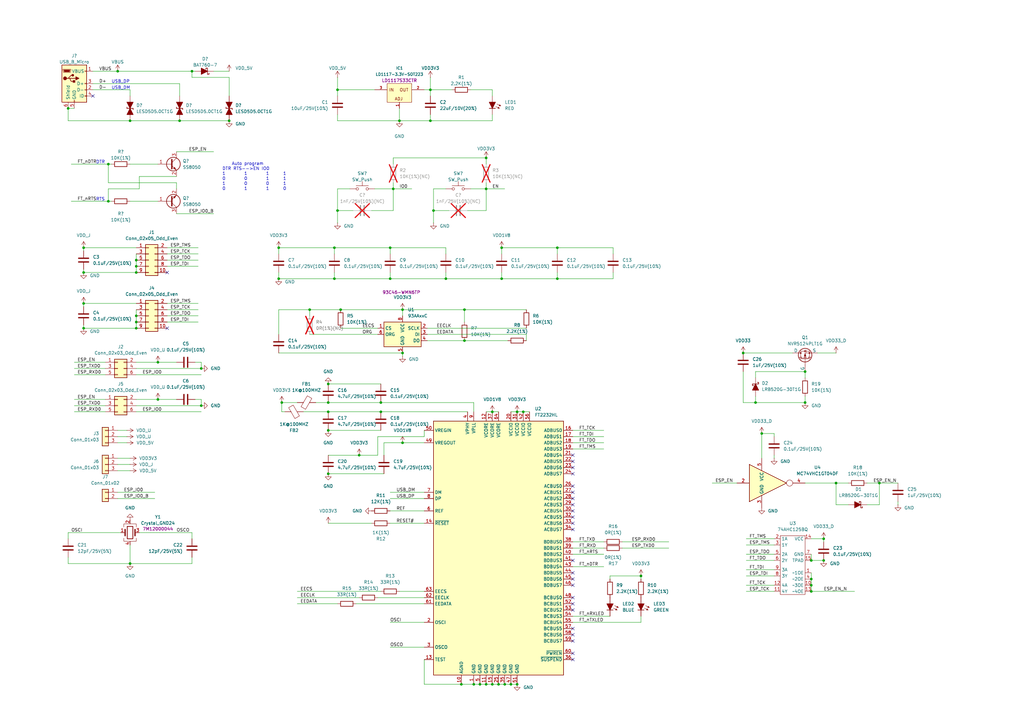
<source format=kicad_sch>
(kicad_sch (version 20250114) (generator "eeschema") (generator_version "9.0")
  (paper "A3")
  (text "     Auto program\n DTR RTS-->EN IO0\n 1        1        1      1\n 0        0        1      1\n 1        0        0      1\n 0        1        1      0" (at 90.17 72.39 0) (effects (font (size 1.27 1.27)) (justify left)))
  (text "DTR" (at 39.37 67.31 0) (effects (font (size 1.27 1.27)) (justify left bottom)))
  (text "RTS" (at 39.37 82.55 0) (effects (font (size 1.27 1.27)) (justify left bottom)))
  (text "USB_DP" (at 45.72 34.29 0) (effects (font (size 1.27 1.27)) (justify left bottom)))
  (text "USB_DM\n" (at 45.72 36.83 0) (effects (font (size 1.27 1.27)) (justify left bottom)))
  (junction (at 163.83 49.53))
  (junction (at 64.77 163.83))
  (junction (at 312.42 177.8))
  (junction (at 82.55 151.13))
  (junction (at 114.3 101.6))
  (junction (at 134.62 168.91))
  (junction (at 134.62 194.31))
  (junction (at 309.88 165.1))
  (junction (at 34.29 101.6))
  (junction (at 137.16 114.3))
  (junction (at 134.62 176.53))
  (junction (at 199.39 77.47))
  (junction (at 156.21 165.1))
  (junction (at 332.74 240.03))
  (junction (at 134.62 157.48))
  (junction (at 55.88 109.22))
  (junction (at 48.26 29.21))
  (junction (at 34.29 111.76))
  (junction (at 53.34 231.14))
  (junction (at 332.74 242.57))
  (junction (at 207.01 280.67))
  (junction (at 199.39 64.77))
  (junction (at 189.23 280.67))
  (junction (at 137.16 101.6))
  (junction (at 360.68 198.12))
  (junction (at 194.31 280.67))
  (junction (at 176.53 49.53))
  (junction (at 304.8 144.78))
  (junction (at 262.89 236.22))
  (junction (at 177.8 86.36))
  (junction (at 204.47 280.67))
  (junction (at 209.55 280.67))
  (junction (at 55.88 134.62))
  (junction (at 330.2 152.4))
  (junction (at 182.88 114.3))
  (junction (at 212.09 280.67))
  (junction (at 196.85 280.67))
  (junction (at 199.39 280.67))
  (junction (at 337.82 229.87))
  (junction (at 134.62 165.1))
  (junction (at 73.66 49.53))
  (junction (at 205.74 101.6))
  (junction (at 34.29 124.46))
  (junction (at 82.55 166.37))
  (junction (at 139.7 127))
  (junction (at 138.43 36.83))
  (junction (at 342.9 198.12))
  (junction (at 332.74 229.87))
  (junction (at 147.32 186.69))
  (junction (at 55.88 129.54))
  (junction (at 214.63 168.91))
  (junction (at 201.93 168.91))
  (junction (at 165.1 127))
  (junction (at 53.34 49.53))
  (junction (at 160.02 101.6))
  (junction (at 127 127))
  (junction (at 212.09 168.91))
  (junction (at 44.45 67.31))
  (junction (at 190.5 139.7))
  (junction (at 27.94 44.45))
  (junction (at 55.88 106.68))
  (junction (at 337.82 220.98))
  (junction (at 138.43 86.36))
  (junction (at 332.74 237.49))
  (junction (at 176.53 36.83))
  (junction (at 115.57 165.1))
  (junction (at 228.6 101.6))
  (junction (at 201.93 280.67))
  (junction (at 55.88 111.76))
  (junction (at 114.3 114.3))
  (junction (at 228.6 114.3))
  (junction (at 64.77 148.59))
  (junction (at 160.02 114.3))
  (junction (at 165.1 181.61))
  (junction (at 165.1 144.78))
  (junction (at 330.2 165.1))
  (junction (at 190.5 127))
  (junction (at 34.29 134.62))
  (junction (at 161.29 77.47))
  (junction (at 44.45 82.55))
  (junction (at 156.21 168.91))
  (junction (at 205.74 114.3))
  (junction (at 78.74 29.21))
  (junction (at 55.88 132.08))
  (junction (at 93.98 49.53))
  (no_connect (at 234.95 204.47))
  (no_connect (at 234.95 214.63))
  (no_connect (at 38.1 39.37))
  (no_connect (at 68.58 134.62))
  (no_connect (at 234.95 260.35))
  (no_connect (at 234.95 191.77))
  (no_connect (at 234.95 262.89))
  (no_connect (at 234.95 247.65))
  (no_connect (at 234.95 217.17))
  (no_connect (at 234.95 270.51))
  (no_connect (at 234.95 212.09))
  (no_connect (at 234.95 237.49))
  (no_connect (at 234.95 229.87))
  (no_connect (at 234.95 250.19))
  (no_connect (at 234.95 234.95))
  (no_connect (at 68.58 111.76))
  (no_connect (at 234.95 199.39))
  (no_connect (at 234.95 240.03))
  (no_connect (at 234.95 267.97))
  (no_connect (at 234.95 201.93))
  (no_connect (at 234.95 189.23))
  (no_connect (at 234.95 209.55))
  (no_connect (at 234.95 186.69))
  (no_connect (at 234.95 207.01))
  (no_connect (at 234.95 194.31))
  (no_connect (at 234.95 245.11))
  (no_connect (at 234.95 257.81))
  (wire (pts (xy 68.58 106.68) (xy 81.28 106.68)))
  (wire (pts (xy 173.99 179.07) (xy 154.94 179.07)))
  (wire (pts (xy 134.62 168.91) (xy 156.21 168.91)))
  (wire (pts (xy 30.48 166.37) (xy 43.18 166.37)))
  (wire (pts (xy 114.3 144.78) (xy 165.1 144.78)))
  (wire (pts (xy 38.1 36.83) (xy 53.34 36.83)))
  (wire (pts (xy 335.28 144.78) (xy 342.9 144.78)))
  (wire (pts (xy 165.1 146.05) (xy 165.1 144.78)))
  (wire (pts (xy 78.74 220.98) (xy 78.74 218.44)))
  (wire (pts (xy 212.09 168.91) (xy 214.63 168.91)))
  (wire (pts (xy 160.02 201.93) (xy 173.99 201.93)))
  (wire (pts (xy 44.45 77.47) (xy 57.15 77.47)))
  (wire (pts (xy 68.58 104.14) (xy 81.28 104.14)))
  (wire (pts (xy 234.95 252.73) (xy 250.19 252.73)))
  (wire (pts (xy 27.94 218.44) (xy 27.94 220.98)))
  (wire (pts (xy 215.9 139.7) (xy 215.9 137.16)))
  (wire (pts (xy 176.53 49.53) (xy 163.83 49.53)))
  (wire (pts (xy 52.07 176.53) (xy 48.26 176.53)))
  (wire (pts (xy 57.15 218.44) (xy 78.74 218.44)))
  (wire (pts (xy 176.53 36.83) (xy 185.42 36.83)))
  (wire (pts (xy 309.88 154.94) (xy 309.88 152.4)))
  (wire (pts (xy 209.55 168.91) (xy 212.09 168.91)))
  (wire (pts (xy 312.42 177.8) (xy 312.42 187.96)))
  (wire (pts (xy 44.45 74.93) (xy 72.39 74.93)))
  (wire (pts (xy 64.77 163.83) (xy 72.39 163.83)))
  (wire (pts (xy 44.45 67.31) (xy 44.45 74.93)))
  (wire (pts (xy 27.94 218.44) (xy 49.53 218.44)))
  (wire (pts (xy 250.19 236.22) (xy 262.89 236.22)))
  (wire (pts (xy 306.07 220.98) (xy 317.5 220.98)))
  (wire (pts (xy 34.29 133.35) (xy 34.29 134.62)))
  (wire (pts (xy 114.3 127) (xy 127 127)))
  (wire (pts (xy 262.89 252.73) (xy 262.89 255.27)))
  (wire (pts (xy 154.94 186.69) (xy 147.32 186.69)))
  (wire (pts (xy 160.02 111.76) (xy 160.02 114.3)))
  (wire (pts (xy 182.88 114.3) (xy 205.74 114.3)))
  (wire (pts (xy 30.48 153.67) (xy 43.18 153.67)))
  (wire (pts (xy 68.58 132.08) (xy 81.28 132.08)))
  (wire (pts (xy 138.43 39.37) (xy 138.43 36.83)))
  (wire (pts (xy 247.65 184.15) (xy 234.95 184.15)))
  (wire (pts (xy 53.34 187.96) (xy 48.26 187.96)))
  (wire (pts (xy 255.27 222.25) (xy 274.32 222.25)))
  (wire (pts (xy 309.88 165.1) (xy 330.2 165.1)))
  (wire (pts (xy 165.1 181.61) (xy 157.48 181.61)))
  (wire (pts (xy 317.5 177.8) (xy 317.5 179.07)))
  (wire (pts (xy 189.23 280.67) (xy 194.31 280.67)))
  (wire (pts (xy 55.88 127) (xy 55.88 129.54)))
  (wire (pts (xy 27.94 231.14) (xy 53.34 231.14)))
  (wire (pts (xy 138.43 49.53) (xy 138.43 46.99)))
  (wire (pts (xy 190.5 132.08) (xy 190.5 127)))
  (wire (pts (xy 121.92 247.65) (xy 138.43 247.65)))
  (wire (pts (xy 73.66 34.29) (xy 73.66 39.37)))
  (wire (pts (xy 143.51 77.47) (xy 138.43 77.47)))
  (wire (pts (xy 175.26 139.7) (xy 190.5 139.7)))
  (wire (pts (xy 342.9 207.01) (xy 347.98 207.01)))
  (wire (pts (xy 173.99 280.67) (xy 189.23 280.67)))
  (wire (pts (xy 82.55 163.83) (xy 82.55 166.37)))
  (wire (pts (xy 228.6 101.6) (xy 251.46 101.6)))
  (wire (pts (xy 27.94 49.53) (xy 53.34 49.53)))
  (wire (pts (xy 306.07 227.33) (xy 317.5 227.33)))
  (wire (pts (xy 304.8 165.1) (xy 309.88 165.1)))
  (wire (pts (xy 72.39 74.93) (xy 72.39 77.47)))
  (wire (pts (xy 134.62 214.63) (xy 152.4 214.63)))
  (wire (pts (xy 160.02 114.3) (xy 182.88 114.3)))
  (wire (pts (xy 176.53 46.99) (xy 176.53 49.53)))
  (wire (pts (xy 80.01 163.83) (xy 82.55 163.83)))
  (wire (pts (xy 360.68 198.12) (xy 368.3 198.12)))
  (wire (pts (xy 342.9 198.12) (xy 342.9 207.01)))
  (wire (pts (xy 330.2 162.56) (xy 330.2 165.1)))
  (wire (pts (xy 190.5 139.7) (xy 208.28 139.7)))
  (wire (pts (xy 53.34 193.04) (xy 48.26 193.04)))
  (wire (pts (xy 182.88 101.6) (xy 182.88 104.14)))
  (wire (pts (xy 247.65 176.53) (xy 234.95 176.53)))
  (wire (pts (xy 199.39 64.77) (xy 199.39 67.31)))
  (wire (pts (xy 138.43 31.75) (xy 138.43 36.83)))
  (wire (pts (xy 137.16 101.6) (xy 160.02 101.6)))
  (wire (pts (xy 332.74 237.49) (xy 332.74 240.03)))
  (wire (pts (xy 115.57 168.91) (xy 116.84 168.91)))
  (wire (pts (xy 134.62 176.53) (xy 156.21 176.53)))
  (wire (pts (xy 80.01 148.59) (xy 82.55 148.59)))
  (wire (pts (xy 53.34 82.55) (xy 64.77 82.55)))
  (wire (pts (xy 342.9 198.12) (xy 347.98 198.12)))
  (wire (pts (xy 234.95 255.27) (xy 262.89 255.27)))
  (wire (pts (xy 134.62 165.1) (xy 156.21 165.1)))
  (wire (pts (xy 134.62 157.48) (xy 156.21 157.48)))
  (wire (pts (xy 165.1 127) (xy 165.1 129.54)))
  (wire (pts (xy 134.62 194.31) (xy 157.48 194.31)))
  (wire (pts (xy 204.47 280.67) (xy 207.01 280.67)))
  (wire (pts (xy 161.29 77.47) (xy 168.91 77.47)))
  (wire (pts (xy 161.29 74.93) (xy 161.29 77.47)))
  (wire (pts (xy 228.6 114.3) (xy 251.46 114.3)))
  (wire (pts (xy 68.58 109.22) (xy 81.28 109.22)))
  (wire (pts (xy 137.16 114.3) (xy 160.02 114.3)))
  (wire (pts (xy 173.99 181.61) (xy 165.1 181.61)))
  (wire (pts (xy 82.55 166.37) (xy 55.88 166.37)))
  (wire (pts (xy 121.92 245.11) (xy 147.32 245.11)))
  (wire (pts (xy 199.39 280.67) (xy 201.93 280.67)))
  (wire (pts (xy 161.29 77.47) (xy 153.67 77.47)))
  (wire (pts (xy 160.02 255.27) (xy 173.99 255.27)))
  (wire (pts (xy 214.63 168.91) (xy 217.17 168.91)))
  (wire (pts (xy 177.8 86.36) (xy 184.15 86.36)))
  (wire (pts (xy 309.88 152.4) (xy 330.2 152.4)))
  (wire (pts (xy 115.57 165.1) (xy 121.92 165.1)))
  (wire (pts (xy 114.3 101.6) (xy 114.3 104.14)))
  (wire (pts (xy 138.43 86.36) (xy 138.43 91.44)))
  (wire (pts (xy 55.88 148.59) (xy 64.77 148.59)))
  (wire (pts (xy 152.4 86.36) (xy 161.29 86.36)))
  (wire (pts (xy 190.5 127) (xy 215.9 127)))
  (wire (pts (xy 53.34 231.14) (xy 78.74 231.14)))
  (wire (pts (xy 306.07 233.68) (xy 317.5 233.68)))
  (wire (pts (xy 44.45 82.55) (xy 45.72 82.55)))
  (wire (pts (xy 29.21 82.55) (xy 44.45 82.55)))
  (wire (pts (xy 127 127) (xy 139.7 127)))
  (wire (pts (xy 255.27 224.79) (xy 274.32 224.79)))
  (wire (pts (xy 163.83 242.57) (xy 173.99 242.57)))
  (wire (pts (xy 64.77 148.59) (xy 72.39 148.59)))
  (wire (pts (xy 48.26 29.21) (xy 78.74 29.21)))
  (wire (pts (xy 205.74 101.6) (xy 205.74 104.14)))
  (wire (pts (xy 205.74 101.6) (xy 228.6 101.6)))
  (wire (pts (xy 68.58 129.54) (xy 81.28 129.54)))
  (wire (pts (xy 337.82 220.98) (xy 337.82 222.25)))
  (wire (pts (xy 161.29 64.77) (xy 161.29 67.31)))
  (wire (pts (xy 114.3 111.76) (xy 114.3 114.3)))
  (wire (pts (xy 176.53 36.83) (xy 176.53 39.37)))
  (wire (pts (xy 207.01 280.67) (xy 209.55 280.67)))
  (wire (pts (xy 55.88 132.08) (xy 55.88 134.62)))
  (wire (pts (xy 165.1 127) (xy 190.5 127)))
  (wire (pts (xy 176.53 31.75) (xy 176.53 36.83)))
  (wire (pts (xy 251.46 104.14) (xy 251.46 101.6)))
  (wire (pts (xy 201.93 280.67) (xy 204.47 280.67)))
  (wire (pts (xy 55.88 163.83) (xy 64.77 163.83)))
  (wire (pts (xy 161.29 86.36) (xy 161.29 77.47)))
  (wire (pts (xy 182.88 77.47) (xy 177.8 77.47)))
  (wire (pts (xy 312.42 177.8) (xy 317.5 177.8)))
  (wire (pts (xy 55.88 106.68) (xy 55.88 109.22)))
  (wire (pts (xy 173.99 36.83) (xy 176.53 36.83)))
  (wire (pts (xy 177.8 77.47) (xy 177.8 86.36)))
  (wire (pts (xy 309.88 165.1) (xy 309.88 162.56)))
  (wire (pts (xy 175.26 134.62) (xy 215.9 134.62)))
  (wire (pts (xy 30.48 163.83) (xy 43.18 163.83)))
  (wire (pts (xy 114.3 101.6) (xy 137.16 101.6)))
  (wire (pts (xy 34.29 101.6) (xy 34.29 102.87)))
  (wire (pts (xy 160.02 265.43) (xy 173.99 265.43)))
  (wire (pts (xy 146.05 247.65) (xy 173.99 247.65)))
  (wire (pts (xy 137.16 111.76) (xy 137.16 114.3)))
  (wire (pts (xy 360.68 207.01) (xy 360.68 198.12)))
  (wire (pts (xy 355.6 207.01) (xy 360.68 207.01)))
  (wire (pts (xy 156.21 165.1) (xy 194.31 165.1)))
  (wire (pts (xy 138.43 86.36) (xy 144.78 86.36)))
  (wire (pts (xy 228.6 101.6) (xy 228.6 104.14)))
  (wire (pts (xy 139.7 127) (xy 165.1 127)))
  (wire (pts (xy 57.15 72.39) (xy 72.39 72.39)))
  (wire (pts (xy 332.74 234.95) (xy 332.74 237.49)))
  (wire (pts (xy 154.94 245.11) (xy 173.99 245.11)))
  (wire (pts (xy 27.94 44.45) (xy 30.48 44.45)))
  (wire (pts (xy 138.43 36.83) (xy 153.67 36.83)))
  (wire (pts (xy 173.99 270.51) (xy 173.99 280.67)))
  (wire (pts (xy 68.58 101.6) (xy 81.28 101.6)))
  (wire (pts (xy 199.39 77.47) (xy 207.01 77.47)))
  (wire (pts (xy 247.65 181.61) (xy 234.95 181.61)))
  (wire (pts (xy 205.74 114.3) (xy 228.6 114.3)))
  (wire (pts (xy 173.99 176.53) (xy 173.99 179.07)))
  (wire (pts (xy 194.31 280.67) (xy 196.85 280.67)))
  (wire (pts (xy 34.29 110.49) (xy 34.29 111.76)))
  (wire (pts (xy 160.02 101.6) (xy 182.88 101.6)))
  (wire (pts (xy 38.1 29.21) (xy 48.26 29.21)))
  (wire (pts (xy 306.07 240.03) (xy 317.5 240.03)))
  (wire (pts (xy 114.3 127) (xy 114.3 137.16)))
  (wire (pts (xy 201.93 168.91) (xy 204.47 168.91)))
  (wire (pts (xy 157.48 181.61) (xy 157.48 186.69)))
  (wire (pts (xy 330.2 198.12) (xy 342.9 198.12)))
  (wire (pts (xy 30.48 151.13) (xy 43.18 151.13)))
  (wire (pts (xy 138.43 77.47) (xy 138.43 86.36)))
  (wire (pts (xy 332.74 229.87) (xy 337.82 229.87)))
  (wire (pts (xy 55.88 101.6) (xy 34.29 101.6)))
  (wire (pts (xy 127 129.54) (xy 127 127)))
  (wire (pts (xy 234.95 227.33) (xy 247.65 227.33)))
  (wire (pts (xy 332.74 242.57) (xy 350.52 242.57)))
  (wire (pts (xy 147.32 186.69) (xy 134.62 186.69)))
  (wire (pts (xy 124.46 168.91) (xy 134.62 168.91)))
  (wire (pts (xy 53.34 49.53) (xy 73.66 49.53)))
  (wire (pts (xy 34.29 124.46) (xy 34.29 125.73)))
  (wire (pts (xy 160.02 214.63) (xy 173.99 214.63)))
  (wire (pts (xy 368.3 207.01) (xy 368.3 205.74)))
  (wire (pts (xy 234.95 224.79) (xy 247.65 224.79)))
  (wire (pts (xy 55.88 129.54) (xy 55.88 132.08)))
  (wire (pts (xy 68.58 127) (xy 81.28 127)))
  (wire (pts (xy 199.39 77.47) (xy 193.04 77.47)))
  (wire (pts (xy 201.93 36.83) (xy 201.93 39.37)))
  (wire (pts (xy 38.1 34.29) (xy 73.66 34.29)))
  (wire (pts (xy 87.63 29.21) (xy 93.98 29.21)))
  (wire (pts (xy 44.45 67.31) (xy 45.72 67.31)))
  (wire (pts (xy 72.39 87.63) (xy 87.63 87.63)))
  (wire (pts (xy 177.8 86.36) (xy 177.8 91.44)))
  (wire (pts (xy 44.45 77.47) (xy 44.45 82.55)))
  (wire (pts (xy 53.34 190.5) (xy 48.26 190.5)))
  (wire (pts (xy 30.48 148.59) (xy 43.18 148.59)))
  (wire (pts (xy 228.6 111.76) (xy 228.6 114.3)))
  (wire (pts (xy 191.77 86.36) (xy 199.39 86.36)))
  (wire (pts (xy 332.74 240.03) (xy 332.74 242.57)))
  (wire (pts (xy 139.7 134.62) (xy 154.94 134.62)))
  (wire (pts (xy 34.29 111.76) (xy 55.88 111.76)))
  (wire (pts (xy 129.54 165.1) (xy 134.62 165.1)))
  (wire (pts (xy 55.88 153.67) (xy 82.55 153.67)))
  (wire (pts (xy 163.83 44.45) (xy 163.83 49.53)))
  (wire (pts (xy 78.74 31.75) (xy 93.98 31.75)))
  (wire (pts (xy 82.55 148.59) (xy 82.55 151.13)))
  (wire (pts (xy 78.74 29.21) (xy 78.74 31.75)))
  (wire (pts (xy 53.34 231.14) (xy 53.34 223.52)))
  (wire (pts (xy 306.07 236.22) (xy 317.5 236.22)))
  (wire (pts (xy 29.21 67.31) (xy 44.45 67.31)))
  (wire (pts (xy 250.19 237.49) (xy 250.19 236.22)))
  (wire (pts (xy 306.07 242.57) (xy 317.5 242.57)))
  (wire (pts (xy 93.98 31.75) (xy 93.98 39.37)))
  (wire (pts (xy 72.39 62.23) (xy 87.63 62.23)))
  (wire (pts (xy 48.26 204.47) (xy 63.5 204.47)))
  (wire (pts (xy 160.02 101.6) (xy 160.02 104.14)))
  (wire (pts (xy 115.57 165.1) (xy 115.57 168.91)))
  (wire (pts (xy 52.07 179.07) (xy 48.26 179.07)))
  (wire (pts (xy 154.94 179.07) (xy 154.94 186.69)))
  (wire (pts (xy 30.48 168.91) (xy 43.18 168.91)))
  (wire (pts (xy 68.58 124.46) (xy 81.28 124.46)))
  (wire (pts (xy 355.6 198.12) (xy 360.68 198.12)))
  (wire (pts (xy 317.5 187.96) (xy 317.5 186.69)))
  (wire (pts (xy 262.89 236.22) (xy 262.89 237.49)))
  (wire (pts (xy 330.2 152.4) (xy 330.2 154.94)))
  (wire (pts (xy 156.21 168.91) (xy 191.77 168.91)))
  (wire (pts (xy 247.65 232.41) (xy 234.95 232.41)))
  (wire (pts (xy 199.39 86.36) (xy 199.39 77.47)))
  (wire (pts (xy 27.94 49.53) (xy 27.94 44.45)))
  (wire (pts (xy 53.34 67.31) (xy 64.77 67.31)))
  (wire (pts (xy 160.02 204.47) (xy 173.99 204.47)))
  (wire (pts (xy 199.39 168.91) (xy 201.93 168.91)))
  (wire (pts (xy 78.74 29.21) (xy 80.01 29.21)))
  (wire (pts (xy 201.93 46.99) (xy 201.93 49.53)))
  (wire (pts (xy 48.26 201.93) (xy 63.5 201.93)))
  (wire (pts (xy 82.55 151.13) (xy 55.88 151.13)))
  (wire (pts (xy 137.16 101.6) (xy 137.16 104.14)))
  (wire (pts (xy 57.15 77.47) (xy 57.15 72.39)))
  (wire (pts (xy 304.8 152.4) (xy 304.8 165.1)))
  (wire (pts (xy 175.26 137.16) (xy 215.9 137.16)))
  (wire (pts (xy 121.92 242.57) (xy 156.21 242.57)))
  (wire (pts (xy 182.88 111.76) (xy 182.88 114.3)))
  (wire (pts (xy 292.1 198.12) (xy 302.26 198.12)))
  (wire (pts (xy 196.85 280.67) (xy 199.39 280.67)))
  (wire (pts (xy 201.93 49.53) (xy 176.53 49.53)))
  (wire (pts (xy 304.8 144.78) (xy 325.12 144.78)))
  (wire (pts (xy 205.74 111.76) (xy 205.74 114.3)))
  (wire (pts (xy 127 137.16) (xy 154.94 137.16)))
  (wire (pts (xy 199.39 74.93) (xy 199.39 77.47)))
  (wire (pts (xy 55.88 104.14) (xy 55.88 106.68)))
  (wire (pts (xy 55.88 109.22) (xy 55.88 111.76)))
  (wire (pts (xy 160.02 209.55) (xy 173.99 209.55)))
  (wire (pts (xy 163.83 49.53) (xy 138.43 49.53)))
  (wire (pts (xy 209.55 280.67) (xy 212.09 280.67)))
  (wire (pts (xy 193.04 36.83) (xy 201.93 36.83)))
  (wire (pts (xy 53.34 36.83) (xy 53.34 39.37)))
  (wire (pts (xy 114.3 114.3) (xy 137.16 114.3)))
  (wire (pts (xy 306.07 229.87) (xy 317.5 229.87)))
  (wire (pts (xy 34.29 134.62) (xy 55.88 134.62)))
  (wire (pts (xy 194.31 168.91) (xy 194.31 165.1)))
  (wire (pts (xy 27.94 228.6) (xy 27.94 231.14)))
  (wire (pts (xy 251.46 114.3) (xy 251.46 111.76)))
  (wire (pts (xy 161.29 64.77) (xy 199.39 64.77)))
  (wire (pts (xy 55.88 168.91) (xy 82.55 168.91)))
  (wire (pts (xy 306.07 223.52) (xy 317.5 223.52)))
  (wire (pts (xy 332.74 227.33) (xy 332.74 229.87)))
  (wire (pts (xy 332.74 220.98) (xy 337.82 220.98)))
  (wire (pts (xy 52.07 181.61) (xy 48.26 181.61)))
  (wire (pts (xy 78.74 231.14) (xy 78.74 228.6)))
  (wire (pts (xy 55.88 124.46) (xy 34.29 124.46)))
  (wire (pts (xy 234.95 222.25) (xy 247.65 222.25)))
  (wire (pts (xy 73.66 49.53) (xy 93.98 49.53)))
  (wire (pts (xy 247.65 179.07) (xy 234.95 179.07)))
  (label "D+" (at 40.64 34.29 0))
  (label "ESP_IO0_B" (at 77.47 87.63 0))
  (label "REF" (at 162.56 209.55 0))
  (label "ESP_EN" (at 31.75 163.83 0))
  (label "ESP_TDI" (at 307.34 236.22 0))
  (label "D-" (at 40.64 36.83 0))
  (label "OSCO" (at 160.02 265.43 0))
  (label "ESP_TDI" (at 69.85 109.22 0))
  (label "FT_TMS" (at 307.34 220.98 0))
  (label "ESP_EN" (at 31.75 148.59 0))
  (label "FT_nDTR" (at 237.49 232.41 0))
  (label "EECLK" (at 123.2068 245.11 0))
  (label "FT_TXD" (at 237.49 222.25 0))
  (label "FT_TDI" (at 307.34 233.68 0))
  (label "EEDATA" (at 179.07 137.16 0))
  (label "ESP_TDO" (at 69.85 106.68 0))
  (label "EECS" (at 148.59 134.62 0))
  (label "VBUS" (at 40.64 29.21 0))
  (label "ESP_EN_N" (at 358.14 198.12 0))
  (label "FT_TDO" (at 237.49 181.61 0))
  (label "FT_RXD" (at 237.49 224.79 0))
  (label "RESET#" (at 162.56 214.63 0))
  (label "FT_TDO" (at 307.34 229.87 0))
  (label "FT_nRXLED" (at 237.49 252.73 0))
  (label "ESP_TDO" (at 307.34 227.33 0))
  (label "IO0" (at 163.83 77.47 0))
  (label "FT_nDTR" (at 31.75 67.31 0))
  (label "FT_nRTS" (at 31.75 82.55 0))
  (label "ESP_IO0" (at 50.8 201.93 0))
  (label "FT_TMS" (at 237.49 184.15 0))
  (label "ESP_EN" (at 293.37 198.12 0))
  (label "USB_DP" (at 162.56 204.47 0))
  (label "FT_nTXLED" (at 237.49 255.27 0))
  (label "OSCO" (at 72.39 218.44 0))
  (label "ESP_TXD0" (at 31.75 166.37 0))
  (label "EECLK" (at 179.07 134.62 0))
  (label "FT_TCK" (at 237.49 176.53 0))
  (label "ESP_RXD0" (at 31.75 168.91 0))
  (label "ESP_TMS" (at 69.85 101.6 0))
  (label "ESP_IO0_B" (at 50.8 204.47 0))
  (label "EN" (at 201.93 77.47 0))
  (label "ESP_TMS" (at 307.34 223.52 0))
  (label "ESP_EN_N" (at 337.82 242.57 0))
  (label "USB_DM" (at 162.56 201.93 0))
  (label "ESP_IO0" (at 58.42 168.91 0))
  (label "ESP_TMS" (at 69.85 124.46 0))
  (label "ESP_TXD0" (at 31.75 151.13 0))
  (label "ESP_TCK" (at 69.85 127 0))
  (label "ESP_IO0" (at 58.42 153.67 0))
  (label "EEDATA" (at 123.19 247.65 0))
  (label "ESP_TXD0" (at 259.08 224.79 0))
  (label "ESP_TDO" (at 69.85 129.54 0))
  (label "ESP_EN" (at 77.47 62.23 0))
  (label "OSCI" (at 29.21 218.44 0))
  (label "FT_nRTS" (at 237.49 227.33 0))
  (label "ESP_RXD0" (at 259.08 222.25 0))
  (label "ESP_TCK" (at 307.34 242.57 0))
  (label "ESP_TCK" (at 69.85 104.14 0))
  (label "FT_TDI" (at 237.49 179.07 0))
  (label "ORG" (at 148.59 137.16 0))
  (label "EECS" (at 123.2068 242.57 0))
  (label "ESP_TDI" (at 69.85 132.08 0))
  (label "OSCI" (at 160.02 255.27 0))
  (label "FT_TCK" (at 307.34 240.03 0))
  (label "ESP_RXD0" (at 31.75 153.67 0))
  (symbol (lib_id "PCM_Resistor_AKL:R_1206") (at 212.09 139.7 270) (unit 1)
    (property "Reference" "R8" (at 212.09 133.35 90))
    (property "Value" "2.2K(1%)" (at 212.09 135.89 90))
    (property "Footprint" "PCM_Resistor_SMD_AKL:R_1206_3216Metric" (effects (hide yes)))
    (property "Description" "SMD 1206 Chip Resistor, European Symbol, Alternate KiCad Library" (effects (hide yes)))
  )
  (symbol (lib_id "PCM_Resistor_AKL:R_1206") (at 139.7 130.81 180) (unit 1)
    (property "Reference" "R5" (at 142.24 129.5399 0) (effects (justify right)))
    (property "Value" "10K(1%)" (at 142.24 132.0799 0) (effects (justify right)))
    (property "Footprint" "PCM_Resistor_SMD_AKL:R_1206_3216Metric" (effects (hide yes)))
    (property "Description" "SMD 1206 Chip Resistor, European Symbol, Alternate KiCad Library" (effects (hide yes)))
  )
  (symbol (lib_id "Transistor_BJT:SS8050") (at 69.85 67.31 0) (unit 1)
    (property "Reference" "Q?" (at 74.93 66.0399 0) (effects (justify left)))
    (property "Value" "SS8050" (at 74.93 68.5799 0) (effects (justify left)))
    (property "Footprint" "Package_TO_SOT_SMD:SOT-23" (effects (hide yes)))
    (property "Datasheet" "http://www.secosgmbh.com/datasheet/products/SSMPTransistor/SOT-23/SS8050.pdf" (effects (hide yes)))
    (property "Description" "General Purpose NPN Transistor, 1.5A Ic, 25V Vce, SOT-23" (effects (hide yes)))
  )
  (symbol (lib_id "power:GND") (at 337.82 229.87 0) (unit 1)
    (property "Reference" "#PWR038" (effects (hide yes)))
    (property "Value" "GND" (at 340.36 231.1399 0) (effects (justify left)))
    (property "Description" "Power symbol creates a global label with name \"GND\" , ground" (effects (hide yes)))
  )
  (symbol (lib_id "PCM_Resistor_AKL:R_1206") (at 49.53 82.55 90) (unit 1)
    (property "Reference" "R?" (at 49.53 87.63 90))
    (property "Value" "10K(1%)" (at 49.53 90.17 90))
    (property "Footprint" "PCM_Resistor_SMD_AKL:R_1206_3216Metric" (effects (hide yes)))
    (property "Description" "SMD 1206 Chip Resistor, European Symbol, Alternate KiCad Library" (effects (hide yes)))
  )
  (symbol (lib_id "PCM_Capacitor_AKL:C_1206") (at 114.3 107.95 180) (unit 1)
    (property "Reference" "C7" (at 118.11 106.6799 0) (effects (justify right)))
    (property "Value" "0.1uF/25V(10%)" (at 118.11 109.2199 0) (effects (justify right)))
    (property "Footprint" "PCM_Capacitor_SMD_AKL:C_1206_3216Metric" (effects (hide yes)))
    (property "Description" "SMD 1206 MLCC capacitor, Alternate KiCad Library" (effects (hide yes)))
  )
  (symbol (lib_id "PCM_Resistor_AKL:R_1206") (at 142.24 247.65 270) (unit 1)
    (property "Reference" "R15" (at 142.24 241.3 90))
    (property "Value" "33R(1%)" (at 142.24 243.84 90))
    (property "Footprint" "PCM_Resistor_SMD_AKL:R_1206_3216Metric" (effects (hide yes)))
    (property "Description" "SMD 1206 Chip Resistor, European Symbol, Alternate KiCad Library" (effects (hide yes)))
  )
  (symbol (lib_id "PCM_Capacitor_AKL:C_1206") (at 156.21 172.72 180) (unit 1)
    (property "Reference" "C18" (at 160.02 171.4499 0) (effects (justify right)))
    (property "Value" "0.1uF/25V(10%)" (at 160.02 173.9899 0) (effects (justify right)))
    (property "Footprint" "PCM_Capacitor_SMD_AKL:C_1206_3216Metric" (effects (hide yes)))
    (property "Description" "SMD 1206 MLCC capacitor, Alternate KiCad Library" (effects (hide yes)))
  )
  (symbol (lib_id "PCM_Capacitor_AKL:C_1206") (at 187.96 86.36 270) (unit 1) (dnp yes)
    (property "Reference" "C?" (at 187.96 80.01 90))
    (property "Value" "1nF/25V(10%)(NC)" (at 187.96 82.55 90))
    (property "Footprint" "PCM_Capacitor_SMD_AKL:C_1206_3216Metric" (effects (hide yes)))
    (property "Description" "SMD 1206 MLCC capacitor, Alternate KiCad Library" (effects (hide yes)))
  )
  (symbol (lib_id "power:GND") (at 138.43 91.44 0) (unit 1)
    (property "Reference" "#PWR?" (effects (hide yes)))
    (property "Value" "GND" (at 140.97 92.7099 0) (effects (justify left)))
    (property "Description" "Power symbol creates a global label with name \"GND\" , ground" (effects (hide yes)))
  )
  (symbol (lib_id "power:GND") (at 82.55 151.13 90) (unit 1)
    (property "Reference" "#PWR010" (effects (hide yes)))
    (property "Value" "GND" (at 86.36 151.1299 90) (effects (justify right)))
    (property "Description" "Power symbol creates a global label with name \"GND\" , ground" (effects (hide yes)))
  )
  (symbol (lib_id "power:+5V") (at 53.34 190.5 270) (unit 1)
    (property "Reference" "#PWR018" (effects (hide yes)))
    (property "Value" "VDD_J" (at 57.0638 190.4999 90) (effects (justify left)))
    (property "Description" "Power symbol creates a global label with name \"+5V\"" (effects (hide yes)))
  )
  (symbol (lib_id "power:GND") (at 212.09 280.67 0) (unit 1)
    (property "Reference" "#PWR025" (effects (hide yes)))
    (property "Value" "GND" (at 214.63 281.9399 0) (effects (justify left)))
    (property "Description" "Power symbol creates a global label with name \"GND\" , ground" (effects (hide yes)))
  )
  (symbol (lib_id "Connector_Generic:Conn_02x03_Odd_Even") (at 48.26 166.37 0) (unit 1)
    (property "Reference" "J5" (at 49.53 157.48 0))
    (property "Value" "Conn_02x03_Odd_Even" (at 49.53 160.02 0))
    (property "Description" "Generic connector, double row, 02x03, odd/even pin numbering scheme (row 1 odd numbers, row 2 even numbers), script generated (kicad-library-utils/schlib/autogen/connector/)" (effects (hide yes)))
  )
  (symbol (lib_id "power:+5V") (at 34.29 101.6 0) (unit 1)
    (property "Reference" "#PWR05" (effects (hide yes)))
    (property "Value" "VDD_J" (at 34.29 96.52 0))
    (property "Description" "Power symbol creates a global label with name \"+5V\"" (effects (hide yes)))
  )
  (symbol (lib_id "power:GND") (at 165.1 146.05 0) (unit 1)
    (property "Reference" "#PWR023" (effects (hide yes)))
    (property "Value" "GND" (at 167.64 147.3199 0) (effects (justify left)))
    (property "Description" "Power symbol creates a global label with name \"GND\" , ground" (effects (hide yes)))
  )
  (symbol (lib_id "Interface_USB:FT2232HL") (at 204.47 224.79 0) (unit 1)
    (property "Reference" "U2" (at 219.3133 167.64 0) (effects (justify left)))
    (property "Value" "FT2232HL" (at 219.3133 170.18 0) (effects (justify left)))
    (property "Footprint" "Package_QFP:LQFP-64_10x10mm_P0.5mm" (effects (hide yes)))
    (property "Datasheet" "https://www.ftdichip.com/Support/Documents/DataSheets/ICs/DS_FT2232H.pdf" (effects (hide yes)))
    (property "Description" "Hi Speed Double Channel USB UART/FIFO, LQFP-64" (effects (hide yes)))
  )
  (symbol (lib_id "Connector_Generic:Conn_01x03") (at 43.18 190.5 0) (mirror y) (unit 1)
    (property "Reference" "J6" (at 40.64 189.2299 0) (effects (justify left)))
    (property "Value" "Conn_01x03" (at 40.64 191.7699 0) (effects (justify left)))
    (property "Description" "Generic connector, single row, 01x03, script generated (kicad-library-utils/schlib/autogen/connector/)" (effects (hide yes)))
  )
  (symbol (lib_id "power:+5V") (at 304.8 144.78 0) (unit 1)
    (property "Reference" "#PWR045" (effects (hide yes)))
    (property "Value" "VDD33" (at 304.8 139.7 0))
    (property "Description" "Power symbol creates a global label with name \"+5V\"" (effects (hide yes)))
  )
  (symbol (lib_id "power:+5V") (at 114.3 101.6 0) (unit 1)
    (property "Reference" "#PWR019" (effects (hide yes)))
    (property "Value" "VDD3V3" (at 114.3 96.52 0))
    (property "Description" "Power symbol creates a global label with name \"+5V\"" (effects (hide yes)))
  )
  (symbol (lib_id "Library:LESD5D5.0CT1G") (at 93.98 44.45 90) (unit 1)
    (property "Reference" "D?" (at 96.52 43.1799 90) (effects (justify right)))
    (property "Value" "LESD5D5.0CT1G" (at 96.52 45.7199 90) (effects (justify right)))
    (property "Footprint" "Diode_SMD:D_SOD-523" (effects (hide yes)))
    (property "Datasheet" "https://www.jlc-smt.com/lcsc/detail?componentCode=C383211&spm=smt-pc.search-result.list.0" (effects (hide yes)))
    (property "Description" "Bidirectional TVS Diode, Generic symbol, Alternate KiCAD Library" (effects (hide yes)))
  )
  (symbol (lib_id "power:+5V") (at 147.32 186.69 0) (unit 1)
    (property "Reference" "#PWR031" (effects (hide yes)))
    (property "Value" "VDD3V3" (at 147.32 181.61 0))
    (property "Description" "Power symbol creates a global label with name \"+5V\"" (effects (hide yes)))
  )
  (symbol (lib_id "power:+5V") (at 199.39 64.77 0) (unit 1)
    (property "Reference" "#PWR04" (effects (hide yes)))
    (property "Value" "VDD3V3" (at 199.39 60.96 0))
    (property "Description" "Power symbol creates a global label with name \"+5V\"" (effects (hide yes)))
  )
  (symbol (lib_id "PCM_Resistor_AKL:R_1206") (at 215.9 130.81 180) (unit 1)
    (property "Reference" "R6" (at 218.44 129.5399 0) (effects (justify right)))
    (property "Value" "10K(1%)" (at 218.44 132.0799 0) (effects (justify right)))
    (property "Footprint" "PCM_Resistor_SMD_AKL:R_1206_3216Metric" (effects (hide yes)))
    (property "Description" "SMD 1206 Chip Resistor, European Symbol, Alternate KiCad Library" (effects (hide yes)))
  )
  (symbol (lib_id "power:GND") (at 93.98 49.53 0) (unit 1)
    (property "Reference" "#PWR?" (effects (hide yes)))
    (property "Value" "GND" (at 96.52 50.7999 0) (effects (justify left)))
    (property "Description" "Power symbol creates a global label with name \"GND\" , ground" (effects (hide yes)))
  )
  (symbol (lib_id "PCM_Resistor_AKL:R_1206") (at 49.53 67.31 90) (unit 1)
    (property "Reference" "R?" (at 49.53 62.23 90))
    (property "Value" "10K(1%)" (at 49.53 64.77 90))
    (property "Footprint" "PCM_Resistor_SMD_AKL:R_1206_3216Metric" (effects (hide yes)))
    (property "Description" "SMD 1206 Chip Resistor, European Symbol, Alternate KiCad Library" (effects (hide yes)))
  )
  (symbol (lib_id "power:+5V") (at 176.53 31.75 0) (unit 1)
    (property "Reference" "#PWR02" (effects (hide yes)))
    (property "Value" "VDD3V3" (at 176.53 27.94 0))
    (property "Description" "Power symbol creates a global label with name \"+5V\"" (effects (hide yes)))
  )
  (symbol (lib_id "power:+5V") (at 64.77 163.83 0) (unit 1)
    (property "Reference" "#PWR011" (effects (hide yes)))
    (property "Value" "VDD_U" (at 64.77 158.75 0))
    (property "Description" "Power symbol creates a global label with name \"+5V\"" (effects (hide yes)))
  )
  (symbol (lib_id "power:+5V") (at 262.89 236.22 0) (unit 1)
    (property "Reference" "#PWR024" (effects (hide yes)))
    (property "Value" "VDD3V3" (at 262.89 231.14 0))
    (property "Description" "Power symbol creates a global label with name \"+5V\"" (effects (hide yes)))
  )
  (symbol (lib_id "Connector_Generic:Conn_02x05_Odd_Even") (at 60.96 106.68 0) (unit 1)
    (property "Reference" "J1" (at 62.23 95.25 0))
    (property "Value" "Conn_02x05_Odd_Even" (at 62.23 97.79 0))
    (property "Description" "Generic connector, double row, 02x05, odd/even pin numbering scheme (row 1 odd numbers, row 2 even numbers), script generated (kicad-library-utils/schlib/autogen/connector/)" (effects (hide yes)))
  )
  (symbol (lib_id "Connector:USB_B_Micro") (at 30.48 34.29 0) (unit 1)
    (property "Reference" "J?" (at 30.48 22.86 0))
    (property "Value" "USB_B_Micro" (at 30.48 25.4 0))
    (property "Description" "USB Micro Type B connector" (effects (hide yes)))
  )
  (symbol (lib_id "PCM_Capacitor_AKL:C_1206") (at 368.3 201.93 180) (unit 1)
    (property "Reference" "C25" (at 372.11 200.6599 0) (effects (justify right)))
    (property "Value" "1uF/25V(10%)" (at 372.11 203.1999 0) (effects (justify right)))
    (property "Footprint" "PCM_Capacitor_SMD_AKL:C_1206_3216Metric" (effects (hide yes)))
    (property "Description" "SMD 1206 MLCC capacitor, Alternate KiCad Library" (effects (hide yes)))
  )
  (symbol (lib_id "Connector_Generic:Conn_02x05_Odd_Even") (at 60.96 129.54 0) (unit 1)
    (property "Reference" "J4" (at 62.23 118.11 0))
    (property "Value" "Conn_02x05_Odd_Even" (at 62.23 120.65 0))
    (property "Description" "Generic connector, double row, 02x05, odd/even pin numbering scheme (row 1 odd numbers, row 2 even numbers), script generated (kicad-library-utils/schlib/autogen/connector/)" (effects (hide yes)))
  )
  (symbol (lib_id "PCM_Resistor_AKL:R_1206") (at 189.23 36.83 90) (unit 1)
    (property "Reference" "R1" (at 189.23 31.75 90))
    (property "Value" "2.2K(1%)" (at 189.23 34.29 90))
    (property "Footprint" "PCM_Resistor_SMD_AKL:R_1206_3216Metric" (effects (hide yes)))
    (property "Description" "SMD 1206 Chip Resistor, European Symbol, Alternate KiCad Library" (effects (hide yes)))
  )
  (symbol (lib_id "power:+5V") (at 34.29 124.46 0) (unit 1)
    (property "Reference" "#PWR08" (effects (hide yes)))
    (property "Value" "VDD_J" (at 34.29 119.38 0))
    (property "Description" "Power symbol creates a global label with name \"+5V\"" (effects (hide yes)))
  )
  (symbol (lib_id "power:+5V") (at 138.43 31.75 0) (unit 1)
    (property "Reference" "#PWR01" (effects (hide yes)))
    (property "Value" "VDD_5V" (at 138.43 27.94 0))
    (property "Description" "Power symbol creates a global label with name \"+5V\"" (effects (hide yes)))
  )
  (symbol (lib_id "power:GND") (at 177.8 91.44 0) (unit 1)
    (property "Reference" "#PWR?" (effects (hide yes)))
    (property "Value" "GND" (at 180.34 92.7099 0) (effects (justify left)))
    (property "Description" "Power symbol creates a global label with name \"GND\" , ground" (effects (hide yes)))
  )
  (symbol (lib_id "PCM_Capacitor_AKL:C_1206") (at 182.88 107.95 180) (unit 1)
    (property "Reference" "C10" (at 186.69 106.6799 0) (effects (justify right)))
    (property "Value" "0.1uF/25V(10%)" (at 186.69 109.2199 0) (effects (justify right)))
    (property "Footprint" "PCM_Capacitor_SMD_AKL:C_1206_3216Metric" (effects (hide yes)))
    (property "Description" "SMD 1206 MLCC capacitor, Alternate KiCad Library" (effects (hide yes)))
  )
  (symbol (lib_id "power:+5V") (at 52.07 176.53 270) (unit 1)
    (property "Reference" "#PWR013" (effects (hide yes)))
    (property "Value" "VDD_U" (at 55.88 176.5299 90) (effects (justify left)))
    (property "Description" "Power symbol creates a global label with name \"+5V\"" (effects (hide yes)))
  )
  (symbol (lib_id "power:+5V") (at 115.57 165.1 0) (unit 1)
    (property "Reference" "#PWR030" (effects (hide yes)))
    (property "Value" "VDD3V3" (at 115.57 160.02 0))
    (property "Description" "Power symbol creates a global label with name \"+5V\"" (effects (hide yes)))
  )
  (symbol (lib_id "power:GND") (at 312.42 208.28 0) (unit 1)
    (property "Reference" "#PWR041" (effects (hide yes)))
    (property "Value" "GND" (at 314.96 209.5499 0) (effects (justify left)))
    (property "Description" "Power symbol creates a global label with name \"GND\" , ground" (effects (hide yes)))
  )
  (symbol (lib_id "PCM_Capacitor_AKL:C_1206") (at 251.46 107.95 180) (unit 1)
    (property "Reference" "C13" (at 255.27 106.6799 0) (effects (justify right)))
    (property "Value" "0.1uF/25V(10%)" (at 255.27 109.2199 0) (effects (justify right)))
    (property "Footprint" "PCM_Capacitor_SMD_AKL:C_1206_3216Metric" (effects (hide yes)))
    (property "Description" "SMD 1206 MLCC capacitor, Alternate KiCad Library" (effects (hide yes)))
  )
  (symbol (lib_id "power:GND") (at 82.55 166.37 90) (unit 1)
    (property "Reference" "#PWR012" (effects (hide yes)))
    (property "Value" "GND" (at 86.36 166.3699 90) (effects (justify right)))
    (property "Description" "Power symbol creates a global label with name \"GND\" , ground" (effects (hide yes)))
  )
  (symbol (lib_id "power:+5V") (at 342.9 144.78 0) (unit 1)
    (property "Reference" "#PWR044" (effects (hide yes)))
    (property "Value" "VDD33_D" (at 342.9 139.7 0))
    (property "Description" "Power symbol creates a global label with name \"+5V\"" (effects (hide yes)))
  )
  (symbol (lib_id "PCM_Resistor_AKL:R_1206") (at 151.13 245.11 270) (unit 1)
    (property "Reference" "R14" (at 151.13 238.76 90))
    (property "Value" "33R(1%)" (at 151.13 241.3 90))
    (property "Footprint" "PCM_Resistor_SMD_AKL:R_1206_3216Metric" (effects (hide yes)))
    (property "Description" "SMD 1206 Chip Resistor, European Symbol, Alternate KiCad Library" (effects (hide yes)))
  )
  (symbol (lib_id "Switch:SW_Push") (at 148.59 77.47 0) (unit 1)
    (property "Reference" "SW?" (at 148.59 71.12 0))
    (property "Value" "SW_Push" (at 148.59 73.66 0))
    (property "Footprint" "Button_Switch_THT:SW_PUSH_6mm_H7.3mm" (effects (hide yes)))
    (property "Description" "Push button switch, generic, two pins" (effects (hide yes)))
  )
  (symbol (lib_id "Switch:SW_Push") (at 187.96 77.47 0) (unit 1)
    (property "Reference" "SW?" (at 187.96 71.12 0))
    (property "Value" "SW_Push" (at 187.96 73.66 0))
    (property "Footprint" "Button_Switch_THT:SW_PUSH_6mm_H7.3mm" (effects (hide yes)))
    (property "Description" "Push button switch, generic, two pins" (effects (hide yes)))
  )
  (symbol (lib_id "PCM_Capacitor_AKL:C_1206") (at 78.74 224.79 0) (mirror x) (unit 1)
    (property "Reference" "C22" (at 74.93 223.5199 0) (effects (justify right)))
    (property "Value" "12pF/25V(5%)" (at 74.93 226.0599 0) (effects (justify right)))
    (property "Footprint" "PCM_Capacitor_SMD_AKL:C_1206_3216Metric" (effects (hide yes)))
    (property "Description" "SMD 1206 MLCC capacitor, Alternate KiCad Library" (effects (hide yes)))
  )
  (symbol (lib_id "power:+5V") (at 64.77 148.59 0) (unit 1)
    (property "Reference" "#PWR06" (effects (hide yes)))
    (property "Value" "VDD_U" (at 64.77 143.51 0))
    (property "Description" "Power symbol creates a global label with name \"+5V\"" (effects (hide yes)))
  )
  (symbol (lib_id "PCM_LED_AKL:LED_1206") (at 201.93 43.18 270) (unit 1)
    (property "Reference" "LED1" (at 207.01 41.9099 90) (effects (justify left)))
    (property "Value" "RED" (at 207.01 44.4499 90) (effects (justify left)))
    (property "Footprint" "PCM_LED_SMD_AKL:LED_1206_3216Metric" (effects (hide yes)))
    (property "Description" "SMD LED, 1206, Alternate KiCad Library" (effects (hide yes)))
  )
  (symbol (lib_id "power:GND") (at 330.2 165.1 0) (unit 1)
    (property "Reference" "#PWR046" (effects (hide yes)))
    (property "Value" "GND" (at 332.74 166.3699 0) (effects (justify left)))
    (property "Description" "Power symbol creates a global label with name \"GND\" , ground" (effects (hide yes)))
  )
  (symbol (lib_id "PCM_Resistor_AKL:R_1206") (at 160.02 242.57 270) (unit 1)
    (property "Reference" "R13" (at 160.02 236.22 90))
    (property "Value" "33R(1%)" (at 160.02 238.76 90))
    (property "Footprint" "PCM_Resistor_SMD_AKL:R_1206_3216Metric" (effects (hide yes)))
    (property "Description" "SMD 1206 Chip Resistor, European Symbol, Alternate KiCad Library" (effects (hide yes)))
  )
  (symbol (lib_id "PCM_Capacitor_AKL:C_1206") (at 34.29 129.54 0) (unit 1)
    (property "Reference" "C4" (at 38.1 128.2699 0) (effects (justify left)))
    (property "Value" "0.1uF/25V(10%)" (at 38.1 130.8099 0) (effects (justify left)))
    (property "Footprint" "PCM_Capacitor_SMD_AKL:C_1206_3216Metric" (effects (hide yes)))
    (property "Description" "SMD 1206 MLCC capacitor, Alternate KiCad Library" (effects (hide yes)))
  )
  (symbol (lib_id "PCM_Capacitor_AKL:C_1206") (at 76.2 163.83 90) (unit 1)
    (property "Reference" "C6" (at 76.2 156.21 90))
    (property "Value" "0.1uF/25V(10%)" (at 76.2 158.75 90))
    (property "Footprint" "PCM_Capacitor_SMD_AKL:C_1206_3216Metric" (effects (hide yes)))
    (property "Description" "SMD 1206 MLCC capacitor, Alternate KiCad Library" (effects (hide yes)))
  )
  (symbol (lib_id "Connector_Generic:Conn_01x02") (at 43.18 201.93 0) (mirror y) (unit 1)
    (property "Reference" "J7" (at 43.18 195.58 0))
    (property "Value" "Conn_01x02" (at 43.18 198.12 0))
    (property "Description" "Generic connector, single row, 01x02, script generated (kicad-library-utils/schlib/autogen/connector/)" (effects (hide yes)))
  )
  (symbol (lib_id "power:+5V") (at 134.62 214.63 0) (unit 1)
    (property "Reference" "#PWR035" (effects (hide yes)))
    (property "Value" "VDD3V3" (at 134.62 209.55 0))
    (property "Description" "Power symbol creates a global label with name \"+5V\"" (effects (hide yes)))
  )
  (symbol (lib_id "power:GND") (at 53.34 213.36 180) (unit 1)
    (property "Reference" "#PWR037" (effects (hide yes)))
    (property "Value" "GND" (at 53.34 208.28 0))
    (property "Description" "Power symbol creates a global label with name \"GND\" , ground" (effects (hide yes)))
  )
  (symbol (lib_id "power:+5V") (at 53.34 193.04 270) (unit 1)
    (property "Reference" "#PWR016" (effects (hide yes)))
    (property "Value" "VDD_5V" (at 57.15 193.0399 90) (effects (justify left)))
    (property "Description" "Power symbol creates a global label with name \"+5V\"" (effects (hide yes)))
  )
  (symbol (lib_id "PCM_Resistor_AKL:R_1206") (at 262.89 241.3 180) (unit 1)
    (property "Reference" "R10" (at 265.43 240.0299 0) (effects (justify right)))
    (property "Value" "2.2K(1%)" (at 265.43 242.5699 0) (effects (justify right)))
    (property "Footprint" "PCM_Resistor_SMD_AKL:R_1206_3216Metric" (effects (hide yes)))
    (property "Description" "SMD 1206 Chip Resistor, European Symbol, Alternate KiCad Library" (effects (hide yes)))
  )
  (symbol (lib_id "PCM_Resistor_AKL:R_1206") (at 251.46 224.79 270) (mirror x) (unit 1)
    (property "Reference" "R17" (at 251.46 231.14 90))
    (property "Value" "0R(1%)" (at 251.46 228.6 90))
    (property "Footprint" "PCM_Resistor_SMD_AKL:R_1206_3216Metric" (effects (hide yes)))
    (property "Description" "SMD 1206 Chip Resistor, European Symbol, Alternate KiCad Library" (effects (hide yes)))
  )
  (symbol (lib_id "PCM_Resistor_AKL:R_1206") (at 161.29 71.12 180) (unit 1) (dnp yes)
    (property "Reference" "R2" (at 163.83 69.8499 0) (effects (justify right)))
    (property "Value" "10K(1%)(NC)" (at 163.83 72.3899 0) (effects (justify right)))
    (property "Footprint" "PCM_Resistor_SMD_AKL:R_1206_3216Metric" (effects (hide yes)))
    (property "Description" "SMD 1206 Chip Resistor, European Symbol, Alternate KiCad Library" (effects (hide yes)))
  )
  (symbol (lib_id "PCM_Resistor_AKL:R_1206") (at 351.79 198.12 270) (unit 1)
    (property "Reference" "R18" (at 351.79 191.77 90))
    (property "Value" "10K(1%)" (at 351.79 194.31 90))
    (property "Footprint" "PCM_Resistor_SMD_AKL:R_1206_3216Metric" (effects (hide yes)))
    (property "Description" "SMD 1206 Chip Resistor, European Symbol, Alternate KiCad Library" (effects (hide yes)))
  )
  (symbol (lib_id "power:+5V") (at 93.98 29.21 0) (unit 1)
    (property "Reference" "#PWR?" (effects (hide yes)))
    (property "Value" "VDD_5V" (at 96.52 27.9399 0) (effects (justify left)))
    (property "Description" "Power symbol creates a global label with name \"+5V\"" (effects (hide yes)))
  )
  (symbol (lib_id "power:+5V") (at 201.93 168.91 0) (unit 1)
    (property "Reference" "#PWR026" (effects (hide yes)))
    (property "Value" "VDD1V8" (at 201.93 163.83 0))
    (property "Description" "Power symbol creates a global label with name \"+5V\"" (effects (hide yes)))
  )
  (symbol (lib_id "Connector_Generic:Conn_02x03_Odd_Even") (at 48.26 151.13 0) (unit 1)
    (property "Reference" "J2" (at 49.53 142.24 0))
    (property "Value" "Conn_02x03_Odd_Even" (at 49.53 144.78 0))
    (property "Description" "Generic connector, double row, 02x03, odd/even pin numbering scheme (row 1 odd numbers, row 2 even numbers), script generated (kicad-library-utils/schlib/autogen/connector/)" (effects (hide yes)))
  )
  (symbol (lib_id "Library:74AHC125BQ") (at 325.12 232.41 0) (unit 1)
    (property "Reference" "U3" (at 325.12 214.63 0))
    (property "Value" "74AHC125BQ" (at 325.12 217.17 0))
    (property "Datasheet" "https://www.jlc-smt.com/lcsc/detail/C554218.html?spm=smt-pc.search-result.list.0" (effects (hide yes)))
  )
  (symbol (lib_id "Device:FerriteBead") (at 120.65 168.91 90) (mirror x) (unit 1)
    (property "Reference" "FB2" (at 120.5992 176.53 90))
    (property "Value" "1K@100MHZ" (at 120.5992 173.99 90))
    (property "Description" "Ferrite bead" (effects (hide yes)))
  )
  (symbol (lib_id "Simulation_SPICE:PMOS") (at 330.2 147.32 90) (unit 1)
    (property "Reference" "Q1" (at 330.2 138.43 90))
    (property "Value" "NVR5124PLT1G" (at 330.2 140.97 90))
    (property "Datasheet" "https://ngspice.sourceforge.io/docs/ngspice-html-manual/manual.xhtml#cha_MOSFETs" (effects (hide yes)))
    (property "Description" "P-MOSFET transistor, drain/source/gate" (effects (hide yes)))
    (property "Sim.Device" "PMOS" (effects (hide yes)))
    (property "Sim.Type" "VDMOS" (effects (hide yes)))
    (property "Sim.Pins" "1=D 2=G 3=S" (effects (hide yes)))
  )
  (symbol (lib_id "PCM_Resistor_AKL:R_1206") (at 127 133.35 180) (unit 1) (dnp yes)
    (property "Reference" "R4" (at 129.54 132.0799 0) (effects (justify right)))
    (property "Value" "0R(1%)(NC)" (at 129.54 134.6199 0) (effects (justify right)))
    (property "Footprint" "PCM_Resistor_SMD_AKL:R_1206_3216Metric" (effects (hide yes)))
    (property "Description" "SMD 1206 Chip Resistor, European Symbol, Alternate KiCad Library" (effects (hide yes)))
  )
  (symbol (lib_id "PCM_Capacitor_AKL:C_1206") (at 304.8 148.59 180) (unit 1)
    (property "Reference" "C26" (at 308.61 147.3199 0) (effects (justify right)))
    (property "Value" "1uF/25V(10%)" (at 308.61 149.8599 0) (effects (justify right)))
    (property "Footprint" "PCM_Capacitor_SMD_AKL:C_1206_3216Metric" (effects (hide yes)))
    (property "Description" "SMD 1206 MLCC capacitor, Alternate KiCad Library" (effects (hide yes)))
  )
  (symbol (lib_id "power:GND") (at 114.3 114.3 0) (unit 1)
    (property "Reference" "#PWR021" (effects (hide yes)))
    (property "Value" "GND" (at 116.84 115.5699 0) (effects (justify left)))
    (property "Description" "Power symbol creates a global label with name \"GND\" , ground" (effects (hide yes)))
  )
  (symbol (lib_id "power:+5V") (at 53.34 187.96 270) (unit 1)
    (property "Reference" "#PWR017" (effects (hide yes)))
    (property "Value" "VDD3V3" (at 57.0638 187.9599 90) (effects (justify left)))
    (property "Description" "Power symbol creates a global label with name \"+5V\"" (effects (hide yes)))
  )
  (symbol (lib_id "PCM_Capacitor_AKL:C_1206") (at 114.3 140.97 180) (unit 1)
    (property "Reference" "C14" (at 118.11 139.6999 0) (effects (justify right)))
    (property "Value" "0.1uF/25V(10%)" (at 118.11 142.2399 0) (effects (justify right)))
    (property "Footprint" "PCM_Capacitor_SMD_AKL:C_1206_3216Metric" (effects (hide yes)))
    (property "Description" "SMD 1206 MLCC capacitor, Alternate KiCad Library" (effects (hide yes)))
  )
  (symbol (lib_id "PCM_Capacitor_AKL:C_1206") (at 138.43 43.18 0) (unit 1)
    (property "Reference" "C1" (at 134.62 41.9099 0) (effects (justify right)))
    (property "Value" "10uF/25V(10%)" (at 134.62 44.4499 0) (effects (justify right)))
    (property "Footprint" "PCM_Capacitor_SMD_AKL:C_1206_3216Metric" (effects (hide yes)))
    (property "Description" "SMD 1206 MLCC capacitor, Alternate KiCad Library" (effects (hide yes)))
  )
  (symbol (lib_id "PCM_Resistor_AKL:R_1206") (at 330.2 158.75 0) (unit 1)
    (property "Reference" "R19" (at 332.74 157.4799 0) (effects (justify left)))
    (property "Value" "10K(1%)" (at 332.74 160.0199 0) (effects (justify left)))
    (property "Footprint" "PCM_Resistor_SMD_AKL:R_1206_3216Metric" (effects (hide yes)))
    (property "Description" "SMD 1206 Chip Resistor, European Symbol, Alternate KiCad Library" (effects (hide yes)))
  )
  (symbol (lib_id "Library:BAT760-7") (at 309.88 158.75 90) (unit 1)
    (property "Reference" "D2" (at 312.42 157.1624 90) (effects (justify right)))
    (property "Value" "LRB520G-30T1G" (at 312.42 159.7024 90) (effects (justify right)))
    (property "Footprint" "Diode_SMD:D_SOD-323" (effects (hide yes)))
    (property "Description" "Schottky diode, Generic Symbol, Alternate KiCAD Library" (effects (hide yes)))
  )
  (symbol (lib_id "power:+5V") (at 205.74 101.6 0) (unit 1)
    (property "Reference" "#PWR020" (effects (hide yes)))
    (property "Value" "VDD1V8" (at 205.74 96.52 0))
    (property "Description" "Power symbol creates a global label with name \"+5V\"" (effects (hide yes)))
  )
  (symbol (lib_id "power:GND") (at 34.29 134.62 0) (unit 1)
    (property "Reference" "#PWR09" (effects (hide yes)))
    (property "Value" "GND" (at 36.83 135.8899 0) (effects (justify left)))
    (property "Description" "Power symbol creates a global label with name \"GND\" , ground" (effects (hide yes)))
  )
  (symbol (lib_id "power:GND") (at 152.4 209.55 270) (unit 1)
    (property "Reference" "#PWR034" (effects (hide yes)))
    (property "Value" "GND" (at 148.59 209.5499 90) (effects (justify right)))
    (property "Description" "Power symbol creates a global label with name \"GND\" , ground" (effects (hide yes)))
  )
  (symbol (lib_id "PCM_Capacitor_AKL:C_1206") (at 157.48 190.5 180) (unit 1)
    (property "Reference" "C19" (at 161.29 189.2299 0) (effects (justify right)))
    (property "Value" "4.7uF/25V(10%)" (at 161.29 191.7699 0) (effects (justify right)))
    (property "Footprint" "PCM_Capacitor_SMD_AKL:C_1206_3216Metric" (effects (hide yes)))
    (property "Description" "SMD 1206 MLCC capacitor, Alternate KiCad Library" (effects (hide yes)))
  )
  (symbol (lib_id "PCM_Resistor_AKL:R_1206") (at 190.5 135.89 180) (unit 1)
    (property "Reference" "R7" (at 193.04 134.6199 0) (effects (justify right)))
    (property "Value" "10K(1%)" (at 193.04 137.1599 0) (effects (justify right)))
    (property "Footprint" "PCM_Resistor_SMD_AKL:R_1206_3216Metric" (effects (hide yes)))
    (property "Description" "SMD 1206 Chip Resistor, European Symbol, Alternate KiCad Library" (effects (hide yes)))
  )
  (symbol (lib_id "power:+5V") (at 212.09 168.91 0) (unit 1)
    (property "Reference" "#PWR027" (effects (hide yes)))
    (property "Value" "VDD3V3" (at 212.09 163.83 0))
    (property "Description" "Power symbol creates a global label with name \"+5V\"" (effects (hide yes)))
  )
  (symbol (lib_id "power:GND") (at 163.83 49.53 0) (unit 1)
    (property "Reference" "#PWR03" (effects (hide yes)))
    (property "Value" "GND" (at 163.83 55.88 0))
    (property "Description" "Power symbol creates a global label with name \"GND\" , ground" (effects (hide yes)))
  )
  (symbol (lib_id "PCM_LED_AKL:LED_1206") (at 262.89 248.92 270) (unit 1)
    (property "Reference" "LED3" (at 267.97 247.6499 90) (effects (justify left)))
    (property "Value" "GREEN" (at 267.97 250.1899 90) (effects (justify left)))
    (property "Footprint" "PCM_LED_SMD_AKL:LED_1206_3216Metric" (effects (hide yes)))
    (property "Description" "SMD LED, 1206, Alternate KiCad Library" (effects (hide yes)))
  )
  (symbol (lib_id "PCM_Resistor_AKL:R_1206") (at 156.21 214.63 270) (mirror x) (unit 1)
    (property "Reference" "R12" (at 156.21 220.98 90))
    (property "Value" "1K(1%)" (at 156.21 218.44 90))
    (property "Footprint" "PCM_Resistor_SMD_AKL:R_1206_3216Metric" (effects (hide yes)))
    (property "Description" "SMD 1206 Chip Resistor, European Symbol, Alternate KiCad Library" (effects (hide yes)))
  )
  (symbol (lib_id "PCM_Capacitor_AKL:C_1206") (at 148.59 86.36 270) (unit 1) (dnp yes)
    (property "Reference" "C?" (at 148.59 80.01 90))
    (property "Value" "1nF/25V(10%)(NC)" (at 148.59 82.55 90))
    (property "Footprint" "PCM_Capacitor_SMD_AKL:C_1206_3216Metric" (effects (hide yes)))
    (property "Description" "SMD 1206 MLCC capacitor, Alternate KiCad Library" (effects (hide yes)))
  )
  (symbol (lib_id "power:+5V") (at 52.07 179.07 270) (unit 1)
    (property "Reference" "#PWR014" (effects (hide yes)))
    (property "Value" "VDD_U" (at 55.88 179.0699 90) (effects (justify left)))
    (property "Description" "Power symbol creates a global label with name \"+5V\"" (effects (hide yes)))
  )
  (symbol (lib_id "PCM_Capacitor_AKL:C_1206") (at 27.94 224.79 180) (unit 1)
    (property "Reference" "C21" (at 31.75 223.5199 0) (effects (justify right)))
    (property "Value" "12pF/25V(5%)" (at 31.75 226.0599 0) (effects (justify right)))
    (property "Footprint" "PCM_Capacitor_SMD_AKL:C_1206_3216Metric" (effects (hide yes)))
    (property "Description" "SMD 1206 MLCC capacitor, Alternate KiCad Library" (effects (hide yes)))
  )
  (symbol (lib_id "PCM_Capacitor_AKL:C_1206") (at 134.62 190.5 180) (unit 1)
    (property "Reference" "C20" (at 138.43 189.2299 0) (effects (justify right)))
    (property "Value" "4.7uF/25V(10%)" (at 138.43 191.7699 0) (effects (justify right)))
    (property "Footprint" "PCM_Capacitor_SMD_AKL:C_1206_3216Metric" (effects (hide yes)))
    (property "Description" "SMD 1206 MLCC capacitor, Alternate KiCad Library" (effects (hide yes)))
  )
  (symbol (lib_id "power:+5V") (at 337.82 220.98 0) (unit 1)
    (property "Reference" "#PWR039" (effects (hide yes)))
    (property "Value" "VDD33_D" (at 337.82 215.9 0))
    (property "Description" "Power symbol creates a global label with name \"+5V\"" (effects (hide yes)))
  )
  (symbol (lib_id "PCM_Capacitor_AKL:C_1206") (at 205.74 107.95 180) (unit 1)
    (property "Reference" "C11" (at 209.55 106.6799 0) (effects (justify right)))
    (property "Value" "0.1uF/25V(10%)" (at 209.55 109.2199 0) (effects (justify right)))
    (property "Footprint" "PCM_Capacitor_SMD_AKL:C_1206_3216Metric" (effects (hide yes)))
    (property "Description" "SMD 1206 MLCC capacitor, Alternate KiCad Library" (effects (hide yes)))
  )
  (symbol (lib_id "Device:Crystal_GND24") (at 53.34 218.44 0) (unit 1)
    (property "Reference" "Y1" (at 64.77 212.0198 0))
    (property "Value" "Crystal_GND24" (at 64.77 214.5598 0))
    (property "Description" "Four pin crystal, GND on pins 2 and 4" (effects (hide yes)))
    (property "MS" "7M12000044" (at 64.77 216.916 0))
  )
  (symbol (lib_id "PCM_Capacitor_AKL:C_1206") (at 134.62 161.29 180) (unit 1)
    (property "Reference" "C16" (at 138.43 160.0199 0) (effects (justify right)))
    (property "Value" "4.7uF/25V(10%)" (at 138.43 162.5599 0) (effects (justify right)))
    (property "Footprint" "PCM_Capacitor_SMD_AKL:C_1206_3216Metric" (effects (hide yes)))
    (property "Description" "SMD 1206 MLCC capacitor, Alternate KiCad Library" (effects (hide yes)))
  )
  (symbol (lib_id "power:GND") (at 34.29 111.76 0) (unit 1)
    (property "Reference" "#PWR07" (effects (hide yes)))
    (property "Value" "GND" (at 36.83 113.0299 0) (effects (justify left)))
    (property "Description" "Power symbol creates a global label with name \"GND\" , ground" (effects (hide yes)))
  )
  (symbol (lib_id "Device:FerriteBead") (at 125.73 165.1 90) (unit 1)
    (property "Reference" "FB1" (at 125.6792 157.48 90))
    (property "Value" "1K@100MHZ" (at 125.6792 160.02 90))
    (property "Description" "Ferrite bead" (effects (hide yes)))
  )
  (symbol (lib_id "PCM_Resistor_AKL:R_1206") (at 199.39 71.12 180) (unit 1) (dnp yes)
    (property "Reference" "R3" (at 201.93 69.8499 0) (effects (justify right)))
    (property "Value" "10K(1%)(NC)" (at 201.93 72.3899 0) (effects (justify right)))
    (property "Footprint" "PCM_Resistor_SMD_AKL:R_1206_3216Metric" (effects (hide yes)))
    (property "Description" "SMD 1206 Chip Resistor, European Symbol, Alternate KiCad Library" (effects (hide yes)))
  )
  (symbol (lib_id "PCM_Capacitor_AKL:C_1206") (at 228.6 107.95 180) (unit 1)
    (property "Reference" "C12" (at 232.41 106.6799 0) (effects (justify right)))
    (property "Value" "0.1uF/25V(10%)" (at 232.41 109.2199 0) (effects (justify right)))
    (property "Footprint" "PCM_Capacitor_SMD_AKL:C_1206_3216Metric" (effects (hide yes)))
    (property "Description" "SMD 1206 MLCC capacitor, Alternate KiCad Library" (effects (hide yes)))
  )
  (symbol (lib_id "power:VBUS") (at 48.26 29.21 0) (unit 1)
    (property "Reference" "#PWR?" (effects (hide yes)))
    (property "Value" "VBUS" (at 48.26 25.4 0))
    (property "Description" "Power symbol creates a global label with name \"VBUS\"" (effects (hide yes)))
  )
  (symbol (lib_id "Library:BAT760-7") (at 83.82 29.21 0) (unit 1)
    (property "Reference" "D?" (at 84.1375 24.13 0))
    (property "Value" "BAT760-7" (at 84.1375 26.67 0))
    (property "Footprint" "Diode_SMD:D_SOD-323" (effects (hide yes)))
    (property "Description" "Schottky diode, Generic Symbol, Alternate KiCAD Library" (effects (hide yes)))
  )
  (symbol (lib_id "PCM_Capacitor_AKL:C_1206") (at 137.16 107.95 180) (unit 1)
    (property "Reference" "C8" (at 140.97 106.6799 0) (effects (justify right)))
    (property "Value" "0.1uF/25V(10%)" (at 140.97 109.2199 0) (effects (justify right)))
    (property "Footprint" "PCM_Capacitor_SMD_AKL:C_1206_3216Metric" (effects (hide yes)))
    (property "Description" "SMD 1206 MLCC capacitor, Alternate KiCad Library" (effects (hide yes)))
  )
  (symbol (lib_id "PCM_Resistor_AKL:R_1206") (at 251.46 222.25 270) (unit 1)
    (property "Reference" "R16" (at 251.46 215.9 90))
    (property "Value" "0R(1%)" (at 251.46 218.44 90))
    (property "Footprint" "PCM_Resistor_SMD_AKL:R_1206_3216Metric" (effects (hide yes)))
    (property "Description" "SMD 1206 Chip Resistor, European Symbol, Alternate KiCad Library" (effects (hide yes)))
  )
  (symbol (lib_id "Library:BAT760-7") (at 351.79 207.01 0) (unit 1)
    (property "Reference" "D1" (at 352.1075 200.66 0))
    (property "Value" "LRB520G-30T1G" (at 352.1075 203.2 0))
    (property "Footprint" "Diode_SMD:D_SOD-323" (effects (hide yes)))
    (property "Description" "Schottky diode, Generic Symbol, Alternate KiCAD Library" (effects (hide yes)))
  )
  (symbol (lib_id "power:GND") (at 368.3 207.01 0) (unit 1)
    (property "Reference" "#PWR043" (effects (hide yes)))
    (property "Value" "GND" (at 370.84 208.2799 0) (effects (justify left)))
    (property "Description" "Power symbol creates a global label with name \"GND\" , ground" (effects (hide yes)))
  )
  (symbol (lib_id "PCM_LED_AKL:LED_1206") (at 250.19 248.92 270) (unit 1)
    (property "Reference" "LED2" (at 255.27 247.6499 90) (effects (justify left)))
    (property "Value" "BLUE" (at 255.27 250.1899 90) (effects (justify left)))
    (property "Footprint" "PCM_LED_SMD_AKL:LED_1206_3216Metric" (effects (hide yes)))
    (property "Description" "SMD LED, 1206, Alternate KiCad Library" (effects (hide yes)))
  )
  (symbol (lib_id "PCM_Resistor_AKL:R_1206") (at 250.19 241.3 180) (unit 1)
    (property "Reference" "R9" (at 252.73 240.0299 0) (effects (justify right)))
    (property "Value" "2.2K(1%)" (at 252.73 242.5699 0) (effects (justify right)))
    (property "Footprint" "PCM_Resistor_SMD_AKL:R_1206_3216Metric" (effects (hide yes)))
    (property "Description" "SMD 1206 Chip Resistor, European Symbol, Alternate KiCad Library" (effects (hide yes)))
  )
  (symbol (lib_id "power:+5V") (at 52.07 181.61 270) (unit 1)
    (property "Reference" "#PWR015" (effects (hide yes)))
    (property "Value" "VDD_5V" (at 55.9662 181.6099 90) (effects (justify left)))
    (property "Description" "Power symbol creates a global label with name \"+5V\"" (effects (hide yes)))
  )
  (symbol (lib_id "Memory_EEPROM:93AAxxC") (at 165.1 137.16 0) (unit 1)
    (property "Reference" "U1" (at 167.2433 127 0) (effects (justify left)))
    (property "Value" "93AAxxC" (at 167.2433 129.54 0) (effects (justify left)))
    (property "Datasheet" "http://ww1.microchip.com/downloads/en/DeviceDoc/20001749K.pdf" (effects (hide yes)))
    (property "Description" "Serial EEPROM, 93 Series, with ORG Pin, 1.8V, DIP-8/SOIC-8" (effects (hide yes)))
    (property "MS" "93C46-WMN6TP " (at 165.1 119.888 0))
  )
  (symbol (lib_id "Transistor_BJT:SS8050") (at 69.85 82.55 0) (mirror x) (unit 1)
    (property "Reference" "Q?" (at 74.93 81.2799 0) (effects (justify left)))
    (property "Value" "SS8050" (at 74.93 83.8199 0) (effects (justify left)))
    (property "Footprint" "Package_TO_SOT_SMD:SOT-23" (effects (hide yes)))
    (property "Datasheet" "http://www.secosgmbh.com/datasheet/products/SSMPTransistor/SOT-23/SS8050.pdf" (effects (hide yes)))
    (property "Description" "General Purpose NPN Transistor, 1.5A Ic, 25V Vce, SOT-23" (effects (hide yes)))
  )
  (symbol (lib_id "Library:LESD5D5.0CT1G") (at 53.34 44.45 90) (unit 1)
    (property "Reference" "D?" (at 55.88 43.1799 90) (effects (justify right)))
    (property "Value" "LESD5D5.0CT1G" (at 55.88 45.7199 90) (effects (justify right)))
    (property "Footprint" "Diode_SMD:D_SOD-523" (effects (hide yes)))
    (property "Datasheet" "https://www.jlc-smt.com/lcsc/detail?componentCode=C383211&spm=smt-pc.search-result.list.0" (effects (hide yes)))
    (property "Description" "Bidirectional TVS Diode, Generic symbol, Alternate KiCAD Library" (effects (hide yes)))
  )
  (symbol (lib_id "PCM_Capacitor_AKL:C_1206") (at 160.02 107.95 180) (unit 1)
    (property "Reference" "C9" (at 163.83 106.6799 0) (effects (justify right)))
    (property "Value" "0.1uF/25V(10%)" (at 163.83 109.2199 0) (effects (justify right)))
    (property "Footprint" "PCM_Capacitor_SMD_AKL:C_1206_3216Metric" (effects (hide yes)))
    (property "Description" "SMD 1206 MLCC capacitor, Alternate KiCad Library" (effects (hide yes)))
  )
  (symbol (lib_id "PCM_Capacitor_AKL:C_1206") (at 317.5 182.88 180) (unit 1)
    (property "Reference" "C24" (at 321.31 181.6099 0) (effects (justify right)))
    (property "Value" "0.1uF/25V(10%)" (at 321.31 184.1499 0) (effects (justify right)))
    (property "Footprint" "PCM_Capacitor_SMD_AKL:C_1206_3216Metric" (effects (hide yes)))
    (property "Description" "SMD 1206 MLCC capacitor, Alternate KiCad Library" (effects (hide yes)))
  )
  (symbol (lib_id "power:+5V") (at 165.1 181.61 0) (unit 1)
    (property "Reference" "#PWR032" (effects (hide yes)))
    (property "Value" "VDD1V8" (at 165.1 176.53 0))
    (property "Description" "Power symbol creates a global label with name \"+5V\"" (effects (hide yes)))
  )
  (symbol (lib_id "PCM_Capacitor_AKL:C_1206") (at 176.53 43.18 0) (unit 1)
    (property "Reference" "C2" (at 180.34 41.9099 0) (effects (justify left)))
    (property "Value" "22uF/10V(20%)" (at 180.34 44.4499 0) (effects (justify left)))
    (property "Footprint" "PCM_Capacitor_SMD_AKL:C_1206_3216Metric" (effects (hide yes)))
    (property "Description" "SMD 1206 MLCC capacitor, Alternate KiCad Library" (effects (hide yes)))
  )
  (symbol (lib_id "power:+5V") (at 165.1 127 0) (unit 1)
    (property "Reference" "#PWR022" (effects (hide yes)))
    (property "Value" "VDD3V3" (at 165.1 121.92 0))
    (property "Description" "Power symbol creates a global label with name \"+5V\"" (effects (hide yes)))
  )
  (symbol (lib_id "power:GND") (at 134.62 176.53 0) (unit 1)
    (property "Reference" "#PWR029" (effects (hide yes)))
    (property "Value" "GND" (at 134.62 181.61 0))
    (property "Description" "Power symbol creates a global label with name \"GND\" , ground" (effects (hide yes)))
  )
  (symbol (lib_id "power:GND") (at 53.34 231.14 0) (unit 1)
    (property "Reference" "#PWR036" (effects (hide yes)))
    (property "Value" "GND" (at 53.34 236.22 0))
    (property "Description" "Power symbol creates a global label with name \"GND\" , ground" (effects (hide yes)))
  )
  (symbol (lib_id "Library:LESD5D5.0CT1G") (at 73.66 44.45 90) (unit 1)
    (property "Reference" "D?" (at 76.2 43.1799 90) (effects (justify right)))
    (property "Value" "LESD5D5.0CT1G" (at 76.2 45.7199 90) (effects (justify right)))
    (property "Footprint" "Diode_SMD:D_SOD-523" (effects (hide yes)))
    (property "Datasheet" "https://www.jlc-smt.com/lcsc/detail?componentCode=C383211&spm=smt-pc.search-result.list.0" (effects (hide yes)))
    (property "Description" "Bidirectional TVS Diode, Generic symbol, Alternate KiCAD Library" (effects (hide yes)))
  )
  (symbol (lib_id "power:GND") (at 317.5 187.96 0) (unit 1)
    (property "Reference" "#PWR042" (effects (hide yes)))
    (property "Value" "GND" (at 320.04 189.2299 0) (effects (justify left)))
    (property "Description" "Power symbol creates a global label with name \"GND\" , ground" (effects (hide yes)))
  )
  (symbol (lib_id "Library:MC74VHC1GT04DF") (at 312.42 210.82 0) (unit 1)
    (property "Reference" "U4" (at 335.28 191.6998 0))
    (property "Value" "MC74VHC1GT04DF" (at 335.28 194.2398 0))
    (property "Datasheet" "https://www.jlc-smt.com/lcsc/detail/C3272569.html?spm=smt-pc.search-result.list.0" (effects (hide yes)))
  )
  (symbol (lib_id "Connector_Generic:Conn_01x03") (at 43.18 179.07 0) (mirror y) (unit 1)
    (property "Reference" "J3" (at 40.64 177.7999 0) (effects (justify left)))
    (property "Value" "Conn_01x03" (at 40.64 180.3399 0) (effects (justify left)))
    (property "Description" "Generic connector, single row, 01x03, script generated (kicad-library-utils/schlib/autogen/connector/)" (effects (hide yes)))
  )
  (symbol (lib_id "PCM_Capacitor_AKL:C_1206") (at 156.21 161.29 180) (unit 1)
    (property "Reference" "C15" (at 160.02 160.0199 0) (effects (justify right)))
    (property "Value" "0.1uF/25V(10%)" (at 160.02 162.5599 0) (effects (justify right)))
    (property "Footprint" "PCM_Capacitor_SMD_AKL:C_1206_3216Metric" (effects (hide yes)))
    (property "Description" "SMD 1206 MLCC capacitor, Alternate KiCad Library" (effects (hide yes)))
  )
  (symbol (lib_id "power:GND") (at 134.62 194.31 0) (unit 1)
    (property "Reference" "#PWR033" (effects (hide yes)))
    (property "Value" "GND" (at 134.62 199.39 0))
    (property "Description" "Power symbol creates a global label with name \"GND\" , ground" (effects (hide yes)))
  )
  (symbol (lib_id "PCM_Capacitor_AKL:C_1206") (at 134.62 172.72 180) (unit 1)
    (property "Reference" "C17" (at 138.43 171.4499 0) (effects (justify right)))
    (property "Value" "4.7uF/25V(10%)" (at 138.43 173.9899 0) (effects (justify right)))
    (property "Footprint" "PCM_Capacitor_SMD_AKL:C_1206_3216Metric" (effects (hide yes)))
    (property "Description" "SMD 1206 MLCC capacitor, Alternate KiCad Library" (effects (hide yes)))
  )
  (symbol (lib_id "PCM_Capacitor_AKL:C_1206") (at 337.82 226.06 180) (unit 1)
    (property "Reference" "C23" (at 341.63 224.7899 0) (effects (justify right)))
    (property "Value" "0.1uF/25V(10%)" (at 341.63 227.3299 0) (effects (justify right)))
    (property "Footprint" "PCM_Capacitor_SMD_AKL:C_1206_3216Metric" (effects (hide yes)))
    (property "Description" "SMD 1206 MLCC capacitor, Alternate KiCad Library" (effects (hide yes)))
  )
  (symbol (lib_id "PCM_Resistor_AKL:R_1206") (at 156.21 209.55 270) (unit 1)
    (property "Reference" "R11" (at 156.21 203.2 90))
    (property "Value" "12K(1%)" (at 156.21 205.74 90))
    (property "Footprint" "PCM_Resistor_SMD_AKL:R_1206_3216Metric" (effects (hide yes)))
    (property "Description" "SMD 1206 Chip Resistor, European Symbol, Alternate KiCad Library" (effects (hide yes)))
  )
  (symbol (lib_id "PCM_4ms_Regulator:LD1117-3.3V-SOT223") (at 163.83 38.1 0) (unit 1)
    (property "Reference" "IC1" (at 163.83 27.94 0) (effects (font (size 1.143 1.143))))
    (property "Value" "LD1117-3.3V-SOT223" (at 163.83 30.48 0) (effects (font (size 1.143 1.143))))
    (property "Footprint" "4ms_Package_SOT:SOT223" (effects (hide yes)))
    (property "Datasheet" "https://www.mouser.com/datasheet/2/389/cd00000544-1795431.pdf" (effects (hide yes)))
    (property "Description" "3.3V Voltage Regulator, SOT-223-3, Imax=0.8A, VinMax=15V, Vdrop=1V" (effects (hide yes)))
    (property "Manufacturer" "STMicroelectronics" (effects (hide yes)))
    (property "Part Number" "LD1117S33CTR" (effects (hide yes)))
    (property "MS" "LD1117S33CTR" (at 163.83 33.02 0))
  )
  (symbol (lib_id "PCM_Capacitor_AKL:C_1206") (at 76.2 148.59 90) (unit 1)
    (property "Reference" "C5" (at 76.2 140.97 90))
    (property "Value" "0.1uF/25V(10%)" (at 76.2 143.51 90))
    (property "Footprint" "PCM_Capacitor_SMD_AKL:C_1206_3216Metric" (effects (hide yes)))
    (property "Description" "SMD 1206 MLCC capacitor, Alternate KiCad Library" (effects (hide yes)))
  )
  (symbol (lib_id "power:+5V") (at 312.42 177.8 0) (unit 1)
    (property "Reference" "#PWR040" (effects (hide yes)))
    (property "Value" "VDD33_D" (at 312.42 172.72 0))
    (property "Description" "Power symbol creates a global label with name \"+5V\"" (effects (hide yes)))
  )
  (symbol (lib_id "PCM_Capacitor_AKL:C_1206") (at 34.29 106.68 0) (unit 1)
    (property "Reference" "C3" (at 38.1 105.4099 0) (effects (justify left)))
    (property "Value" "0.1uF/25V(10%)" (at 38.1 107.9499 0) (effects (justify left)))
    (property "Footprint" "PCM_Capacitor_SMD_AKL:C_1206_3216Metric" (effects (hide yes)))
    (property "Description" "SMD 1206 MLCC capacitor, Alternate KiCad Library" (effects (hide yes)))
  )
  (symbol (lib_id "power:GND") (at 134.62 157.48 180) (unit 1)
    (property "Reference" "#PWR028" (effects (hide yes)))
    (property "Value" "GND" (at 134.62 152.4 0))
    (property "Description" "Power symbol creates a global label with name \"GND\" , ground" (effects (hide yes)))
  )
)
</source>
